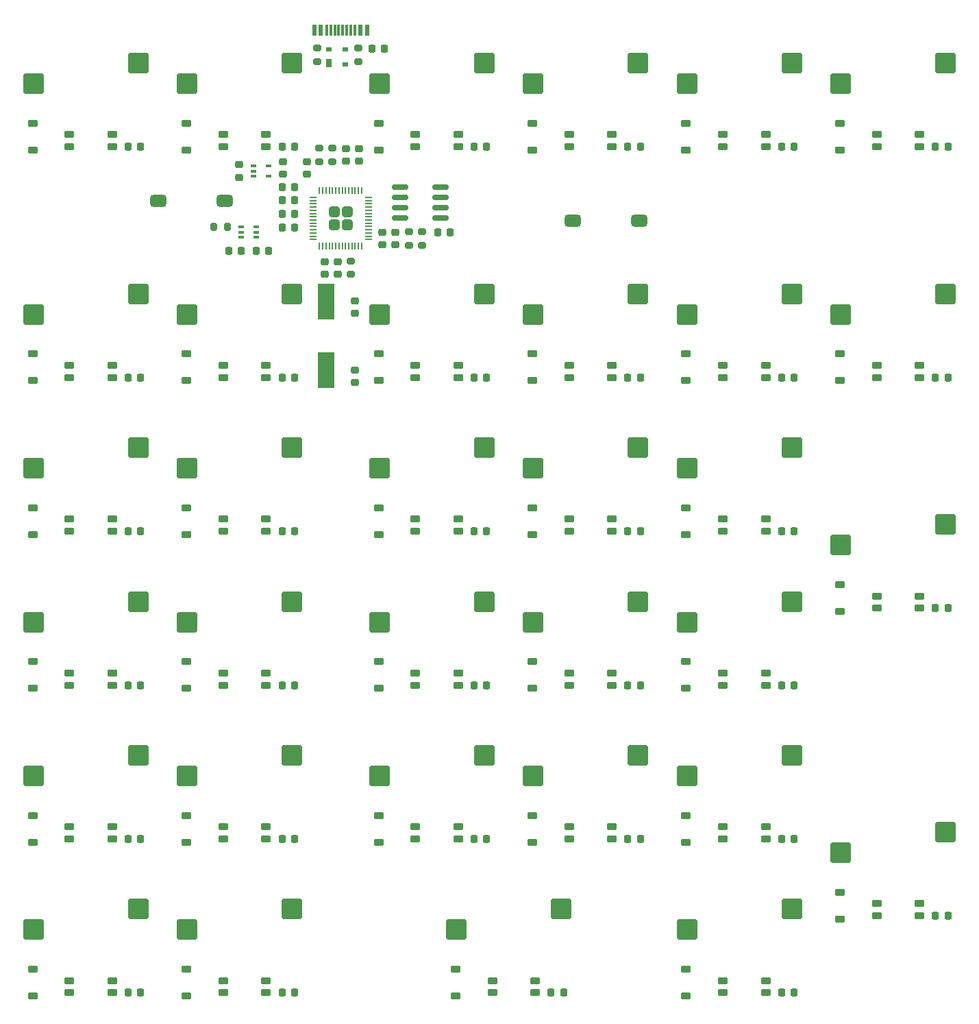
<source format=gbr>
%TF.GenerationSoftware,KiCad,Pcbnew,7.0.5-0*%
%TF.CreationDate,2023-08-05T14:47:29-05:00*%
%TF.ProjectId,Nifty Numpad,4e696674-7920-44e7-956d-7061642e6b69,rev?*%
%TF.SameCoordinates,Original*%
%TF.FileFunction,Paste,Bot*%
%TF.FilePolarity,Positive*%
%FSLAX46Y46*%
G04 Gerber Fmt 4.6, Leading zero omitted, Abs format (unit mm)*
G04 Created by KiCad (PCBNEW 7.0.5-0) date 2023-08-05 14:47:29*
%MOMM*%
%LPD*%
G01*
G04 APERTURE LIST*
G04 Aperture macros list*
%AMRoundRect*
0 Rectangle with rounded corners*
0 $1 Rounding radius*
0 $2 $3 $4 $5 $6 $7 $8 $9 X,Y pos of 4 corners*
0 Add a 4 corners polygon primitive as box body*
4,1,4,$2,$3,$4,$5,$6,$7,$8,$9,$2,$3,0*
0 Add four circle primitives for the rounded corners*
1,1,$1+$1,$2,$3*
1,1,$1+$1,$4,$5*
1,1,$1+$1,$6,$7*
1,1,$1+$1,$8,$9*
0 Add four rect primitives between the rounded corners*
20,1,$1+$1,$2,$3,$4,$5,0*
20,1,$1+$1,$4,$5,$6,$7,0*
20,1,$1+$1,$6,$7,$8,$9,0*
20,1,$1+$1,$8,$9,$2,$3,0*%
G04 Aperture macros list end*
%ADD10RoundRect,0.205000X-0.395000X-0.205000X0.395000X-0.205000X0.395000X0.205000X-0.395000X0.205000X0*%
%ADD11RoundRect,0.250000X-1.025000X-1.000000X1.025000X-1.000000X1.025000X1.000000X-1.025000X1.000000X0*%
%ADD12R,2.000000X4.500000*%
%ADD13RoundRect,0.225000X0.225000X0.250000X-0.225000X0.250000X-0.225000X-0.250000X0.225000X-0.250000X0*%
%ADD14RoundRect,0.225000X0.375000X-0.225000X0.375000X0.225000X-0.375000X0.225000X-0.375000X-0.225000X0*%
%ADD15R,0.600000X1.450000*%
%ADD16R,0.300000X1.450000*%
%ADD17RoundRect,0.200000X-0.275000X0.200000X-0.275000X-0.200000X0.275000X-0.200000X0.275000X0.200000X0*%
%ADD18RoundRect,0.225000X0.250000X-0.225000X0.250000X0.225000X-0.250000X0.225000X-0.250000X-0.225000X0*%
%ADD19RoundRect,0.225000X-0.225000X-0.250000X0.225000X-0.250000X0.225000X0.250000X-0.225000X0.250000X0*%
%ADD20RoundRect,0.225000X-0.250000X0.225000X-0.250000X-0.225000X0.250000X-0.225000X0.250000X0.225000X0*%
%ADD21R,0.650000X0.400000*%
%ADD22RoundRect,0.249999X0.395001X0.395001X-0.395001X0.395001X-0.395001X-0.395001X0.395001X-0.395001X0*%
%ADD23RoundRect,0.050000X0.387500X0.050000X-0.387500X0.050000X-0.387500X-0.050000X0.387500X-0.050000X0*%
%ADD24RoundRect,0.050000X0.050000X0.387500X-0.050000X0.387500X-0.050000X-0.387500X0.050000X-0.387500X0*%
%ADD25RoundRect,0.375000X0.625000X0.375000X-0.625000X0.375000X-0.625000X-0.375000X0.625000X-0.375000X0*%
%ADD26RoundRect,0.150000X-0.825000X-0.150000X0.825000X-0.150000X0.825000X0.150000X-0.825000X0.150000X0*%
%ADD27RoundRect,0.200000X0.275000X-0.200000X0.275000X0.200000X-0.275000X0.200000X-0.275000X-0.200000X0*%
%ADD28RoundRect,0.375000X-0.625000X-0.375000X0.625000X-0.375000X0.625000X0.375000X-0.625000X0.375000X0*%
%ADD29R,0.700000X1.000000*%
%ADD30R,0.700000X0.600000*%
%ADD31RoundRect,0.200000X0.200000X0.275000X-0.200000X0.275000X-0.200000X-0.275000X0.200000X-0.275000X0*%
G04 APERTURE END LIST*
D10*
%TO.C,D229*%
X264400000Y-183750000D03*
X264400000Y-182250000D03*
X259100000Y-182250000D03*
X259100000Y-183750000D03*
%TD*%
%TO.C,D217*%
X245400000Y-136250000D03*
X245400000Y-134750000D03*
X240100000Y-134750000D03*
X240100000Y-136250000D03*
%TD*%
%TO.C,D220*%
X183650000Y-155250000D03*
X183650000Y-153750000D03*
X178350000Y-153750000D03*
X178350000Y-155250000D03*
%TD*%
%TO.C,D205*%
X245400000Y-88750000D03*
X245400000Y-87250000D03*
X240100000Y-87250000D03*
X240100000Y-88750000D03*
%TD*%
%TO.C,D215*%
X207400000Y-136250000D03*
X207400000Y-134750000D03*
X202100000Y-134750000D03*
X202100000Y-136250000D03*
%TD*%
%TO.C,D202*%
X183650000Y-88750000D03*
X183650000Y-87250000D03*
X178350000Y-87250000D03*
X178350000Y-88750000D03*
%TD*%
%TO.C,D201*%
X164650000Y-88750000D03*
X164650000Y-87250000D03*
X159350000Y-87250000D03*
X159350000Y-88750000D03*
%TD*%
%TO.C,D212*%
X264400000Y-117250000D03*
X264400000Y-115750000D03*
X259100000Y-115750000D03*
X259100000Y-117250000D03*
%TD*%
%TO.C,D226*%
X207400000Y-174250000D03*
X207400000Y-172750000D03*
X202100000Y-172750000D03*
X202100000Y-174250000D03*
%TD*%
%TO.C,D219*%
X164650000Y-155250000D03*
X164650000Y-153750000D03*
X159350000Y-153750000D03*
X159350000Y-155250000D03*
%TD*%
%TO.C,D204*%
X226400000Y-88750000D03*
X226400000Y-87250000D03*
X221100000Y-87250000D03*
X221100000Y-88750000D03*
%TD*%
%TO.C,D211*%
X245400000Y-117250000D03*
X245400000Y-115750000D03*
X240100000Y-115750000D03*
X240100000Y-117250000D03*
%TD*%
%TO.C,D206*%
X264400000Y-88750000D03*
X264400000Y-87250000D03*
X259100000Y-87250000D03*
X259100000Y-88750000D03*
%TD*%
%TO.C,D224*%
X164650000Y-174250000D03*
X164650000Y-172750000D03*
X159350000Y-172750000D03*
X159350000Y-174250000D03*
%TD*%
%TO.C,D232*%
X216900000Y-193250000D03*
X216900000Y-191750000D03*
X211600000Y-191750000D03*
X211600000Y-193250000D03*
%TD*%
%TO.C,D213*%
X164650000Y-136250000D03*
X164650000Y-134750000D03*
X159350000Y-134750000D03*
X159350000Y-136250000D03*
%TD*%
%TO.C,D233*%
X245400000Y-193250000D03*
X245400000Y-191750000D03*
X240100000Y-191750000D03*
X240100000Y-193250000D03*
%TD*%
%TO.C,D207*%
X164650000Y-117250000D03*
X164650000Y-115750000D03*
X159350000Y-115750000D03*
X159350000Y-117250000D03*
%TD*%
%TO.C,D231*%
X183650000Y-193250000D03*
X183650000Y-191750000D03*
X178350000Y-191750000D03*
X178350000Y-193250000D03*
%TD*%
%TO.C,D218*%
X264400000Y-145750000D03*
X264400000Y-144250000D03*
X259100000Y-144250000D03*
X259100000Y-145750000D03*
%TD*%
%TO.C,D222*%
X226400000Y-155250000D03*
X226400000Y-153750000D03*
X221100000Y-153750000D03*
X221100000Y-155250000D03*
%TD*%
%TO.C,D230*%
X164650000Y-193250000D03*
X164650000Y-191750000D03*
X159350000Y-191750000D03*
X159350000Y-193250000D03*
%TD*%
%TO.C,D221*%
X207400000Y-155250000D03*
X207400000Y-153750000D03*
X202100000Y-153750000D03*
X202100000Y-155250000D03*
%TD*%
%TO.C,D227*%
X226400000Y-174250000D03*
X226400000Y-172750000D03*
X221100000Y-172750000D03*
X221100000Y-174250000D03*
%TD*%
%TO.C,D209*%
X207400000Y-117250000D03*
X207400000Y-115750000D03*
X202100000Y-115750000D03*
X202100000Y-117250000D03*
%TD*%
%TO.C,D210*%
X226400000Y-117250000D03*
X226400000Y-115750000D03*
X221100000Y-115750000D03*
X221100000Y-117250000D03*
%TD*%
%TO.C,D228*%
X245400000Y-174250000D03*
X245400000Y-172750000D03*
X240100000Y-172750000D03*
X240100000Y-174250000D03*
%TD*%
%TO.C,D223*%
X245400000Y-155250000D03*
X245400000Y-153750000D03*
X240100000Y-153750000D03*
X240100000Y-155250000D03*
%TD*%
%TO.C,D216*%
X226400000Y-136250000D03*
X226400000Y-134750000D03*
X221100000Y-134750000D03*
X221100000Y-136250000D03*
%TD*%
%TO.C,D203*%
X207400000Y-88750000D03*
X207400000Y-87250000D03*
X202100000Y-87250000D03*
X202100000Y-88750000D03*
%TD*%
%TO.C,D214*%
X183650000Y-136250000D03*
X183650000Y-134750000D03*
X178350000Y-134750000D03*
X178350000Y-136250000D03*
%TD*%
%TO.C,D225*%
X183650000Y-174250000D03*
X183650000Y-172750000D03*
X178350000Y-172750000D03*
X178350000Y-174250000D03*
%TD*%
%TO.C,D208*%
X183650000Y-117250000D03*
X183650000Y-115750000D03*
X178350000Y-115750000D03*
X178350000Y-117250000D03*
%TD*%
D11*
%TO.C,SW314*%
X173915000Y-128460000D03*
X186842000Y-125920000D03*
%TD*%
%TO.C,SW313*%
X154915000Y-128460000D03*
X167842000Y-125920000D03*
%TD*%
%TO.C,SW318*%
X254665000Y-137960000D03*
X267592000Y-135420000D03*
%TD*%
%TO.C,SW310*%
X216665000Y-109460000D03*
X229592000Y-106920000D03*
%TD*%
%TO.C,SW308*%
X173915000Y-109460000D03*
X186842000Y-106920000D03*
%TD*%
%TO.C,SW304*%
X216665000Y-80960000D03*
X229592000Y-78420000D03*
%TD*%
%TO.C,SW307*%
X154915000Y-109460000D03*
X167842000Y-106920000D03*
%TD*%
%TO.C,SW305*%
X235665000Y-80960000D03*
X248592000Y-78420000D03*
%TD*%
%TO.C,SW333*%
X235665000Y-185460000D03*
X248592000Y-182920000D03*
%TD*%
%TO.C,SW332*%
X207165000Y-185460000D03*
X220092000Y-182920000D03*
%TD*%
%TO.C,SW330*%
X154915000Y-185460000D03*
X167842000Y-182920000D03*
%TD*%
%TO.C,SW325*%
X173915000Y-166460000D03*
X186842000Y-163920000D03*
%TD*%
%TO.C,SW312*%
X254665000Y-109460000D03*
X267592000Y-106920000D03*
%TD*%
%TO.C,SW320*%
X173915000Y-147460000D03*
X186842000Y-144920000D03*
%TD*%
%TO.C,SW323*%
X235665000Y-147460000D03*
X248592000Y-144920000D03*
%TD*%
%TO.C,SW315*%
X197665000Y-128460000D03*
X210592000Y-125920000D03*
%TD*%
%TO.C,SW303*%
X197665000Y-80960000D03*
X210592000Y-78420000D03*
%TD*%
%TO.C,SW324*%
X154915000Y-166460000D03*
X167842000Y-163920000D03*
%TD*%
%TO.C,SW302*%
X173915000Y-80960000D03*
X186842000Y-78420000D03*
%TD*%
%TO.C,SW321*%
X197665000Y-147460000D03*
X210592000Y-144920000D03*
%TD*%
%TO.C,SW309*%
X197665000Y-109460000D03*
X210592000Y-106920000D03*
%TD*%
%TO.C,SW322*%
X216665000Y-147460000D03*
X229592000Y-144920000D03*
%TD*%
%TO.C,SW331*%
X173915000Y-185460000D03*
X186842000Y-182920000D03*
%TD*%
%TO.C,SW316*%
X216665000Y-128460000D03*
X229592000Y-125920000D03*
%TD*%
%TO.C,SW328*%
X235665000Y-166460000D03*
X248592000Y-163920000D03*
%TD*%
%TO.C,SW306*%
X254665000Y-80960000D03*
X267592000Y-78420000D03*
%TD*%
%TO.C,SW317*%
X235665000Y-128460000D03*
X248592000Y-125920000D03*
%TD*%
%TO.C,SW319*%
X154915000Y-147460000D03*
X167842000Y-144920000D03*
%TD*%
%TO.C,SW329*%
X254665000Y-175960000D03*
X267592000Y-173420000D03*
%TD*%
%TO.C,SW301*%
X154915000Y-80960000D03*
X167842000Y-78420000D03*
%TD*%
%TO.C,SW311*%
X235665000Y-109460000D03*
X248592000Y-106920000D03*
%TD*%
%TO.C,SW326*%
X197665000Y-166460000D03*
X210592000Y-163920000D03*
%TD*%
%TO.C,SW327*%
X216665000Y-166460000D03*
X229592000Y-163920000D03*
%TD*%
D12*
%TO.C,Y101*%
X191100000Y-116350000D03*
X191100000Y-107850000D03*
%TD*%
D13*
%TO.C,C108*%
X187175000Y-93700000D03*
X185625000Y-93700000D03*
%TD*%
%TO.C,C106*%
X187175000Y-97000000D03*
X185625000Y-97000000D03*
%TD*%
D14*
%TO.C,D319*%
X154800000Y-155650000D03*
X154800000Y-152350000D03*
%TD*%
D15*
%TO.C,J102*%
X189625000Y-74345000D03*
X190425000Y-74345000D03*
D16*
X191625000Y-74345000D03*
X192625000Y-74345000D03*
X193125000Y-74345000D03*
X194125000Y-74345000D03*
D15*
X195325000Y-74345000D03*
X196125000Y-74345000D03*
X196125000Y-74345000D03*
X195325000Y-74345000D03*
D16*
X194625000Y-74345000D03*
X193625000Y-74345000D03*
X192125000Y-74345000D03*
X191125000Y-74345000D03*
D15*
X190425000Y-74345000D03*
X189625000Y-74345000D03*
%TD*%
D17*
%TO.C,R106*%
X190200000Y-88925000D03*
X190200000Y-90575000D03*
%TD*%
D18*
%TO.C,C115*%
X188650000Y-92125000D03*
X188650000Y-90575000D03*
%TD*%
D19*
%TO.C,C233*%
X247350000Y-193250000D03*
X248900000Y-193250000D03*
%TD*%
%TO.C,C208*%
X185600000Y-117250000D03*
X187150000Y-117250000D03*
%TD*%
%TO.C,C229*%
X266350000Y-183750000D03*
X267900000Y-183750000D03*
%TD*%
%TO.C,C222*%
X228350000Y-155250000D03*
X229900000Y-155250000D03*
%TD*%
D14*
%TO.C,D321*%
X197550000Y-155650000D03*
X197550000Y-152350000D03*
%TD*%
D19*
%TO.C,C224*%
X166600000Y-174250000D03*
X168150000Y-174250000D03*
%TD*%
D18*
%TO.C,C107*%
X193500000Y-90525000D03*
X193500000Y-88975000D03*
%TD*%
D19*
%TO.C,C209*%
X209350000Y-117250000D03*
X210900000Y-117250000D03*
%TD*%
D14*
%TO.C,D302*%
X173800000Y-89150000D03*
X173800000Y-85850000D03*
%TD*%
D17*
%TO.C,R101*%
X195000000Y-76550000D03*
X195000000Y-78200000D03*
%TD*%
D20*
%TO.C,C111*%
X199650000Y-99325000D03*
X199650000Y-100875000D03*
%TD*%
D14*
%TO.C,D323*%
X235550000Y-155650000D03*
X235550000Y-152350000D03*
%TD*%
%TO.C,D316*%
X216550000Y-136650000D03*
X216550000Y-133350000D03*
%TD*%
%TO.C,D326*%
X197550000Y-174650000D03*
X197550000Y-171350000D03*
%TD*%
%TO.C,D332*%
X207050000Y-193650000D03*
X207050000Y-190350000D03*
%TD*%
D19*
%TO.C,C113*%
X182425000Y-101600000D03*
X183975000Y-101600000D03*
%TD*%
D21*
%TO.C,U101*%
X182050000Y-92400000D03*
X182050000Y-91750000D03*
X182050000Y-91100000D03*
X183950000Y-91100000D03*
X183950000Y-92400000D03*
%TD*%
%TO.C,U103*%
X180550000Y-99950000D03*
X180550000Y-99300000D03*
X180550000Y-98650000D03*
X182450000Y-98650000D03*
X182450000Y-99300000D03*
X182450000Y-99950000D03*
%TD*%
D14*
%TO.C,D308*%
X173800000Y-117650000D03*
X173800000Y-114350000D03*
%TD*%
%TO.C,D314*%
X173800000Y-136650000D03*
X173800000Y-133350000D03*
%TD*%
%TO.C,D317*%
X235550000Y-136650000D03*
X235550000Y-133350000D03*
%TD*%
D19*
%TO.C,C228*%
X247350000Y-174250000D03*
X248900000Y-174250000D03*
%TD*%
D18*
%TO.C,C103*%
X185700000Y-92125000D03*
X185700000Y-90575000D03*
%TD*%
D13*
%TO.C,C116*%
X187175000Y-95350000D03*
X185625000Y-95350000D03*
%TD*%
D19*
%TO.C,C225*%
X185600000Y-174250000D03*
X187150000Y-174250000D03*
%TD*%
D20*
%TO.C,C110*%
X192500000Y-102925000D03*
X192500000Y-104475000D03*
%TD*%
D19*
%TO.C,C212*%
X266350000Y-117250000D03*
X267900000Y-117250000D03*
%TD*%
%TO.C,C101*%
X196700000Y-76625000D03*
X198250000Y-76625000D03*
%TD*%
%TO.C,C203*%
X209350000Y-88750000D03*
X210900000Y-88750000D03*
%TD*%
D18*
%TO.C,C105*%
X195150000Y-90525000D03*
X195150000Y-88975000D03*
%TD*%
D14*
%TO.C,D305*%
X235550000Y-89150000D03*
X235550000Y-85850000D03*
%TD*%
D22*
%TO.C,U104*%
X193650000Y-98400000D03*
X193650000Y-96800000D03*
X192050000Y-98400000D03*
X192050000Y-96800000D03*
D23*
X196287500Y-95000000D03*
X196287500Y-95400000D03*
X196287500Y-95800000D03*
X196287500Y-96200000D03*
X196287500Y-96600000D03*
X196287500Y-97000000D03*
X196287500Y-97400000D03*
X196287500Y-97800000D03*
X196287500Y-98200000D03*
X196287500Y-98600000D03*
X196287500Y-99000000D03*
X196287500Y-99400000D03*
X196287500Y-99800000D03*
X196287500Y-100200000D03*
D24*
X195450000Y-101037500D03*
X195050000Y-101037500D03*
X194650000Y-101037500D03*
X194250000Y-101037500D03*
X193850000Y-101037500D03*
X193450000Y-101037500D03*
X193050000Y-101037500D03*
X192650000Y-101037500D03*
X192250000Y-101037500D03*
X191850000Y-101037500D03*
X191450000Y-101037500D03*
X191050000Y-101037500D03*
X190650000Y-101037500D03*
X190250000Y-101037500D03*
D23*
X189412500Y-100200000D03*
X189412500Y-99800000D03*
X189412500Y-99400000D03*
X189412500Y-99000000D03*
X189412500Y-98600000D03*
X189412500Y-98200000D03*
X189412500Y-97800000D03*
X189412500Y-97400000D03*
X189412500Y-97000000D03*
X189412500Y-96600000D03*
X189412500Y-96200000D03*
X189412500Y-95800000D03*
X189412500Y-95400000D03*
X189412500Y-95000000D03*
D24*
X190250000Y-94162500D03*
X190650000Y-94162500D03*
X191050000Y-94162500D03*
X191450000Y-94162500D03*
X191850000Y-94162500D03*
X192250000Y-94162500D03*
X192650000Y-94162500D03*
X193050000Y-94162500D03*
X193450000Y-94162500D03*
X193850000Y-94162500D03*
X194250000Y-94162500D03*
X194650000Y-94162500D03*
X195050000Y-94162500D03*
X195450000Y-94162500D03*
%TD*%
D19*
%TO.C,C205*%
X247350000Y-88750000D03*
X248900000Y-88750000D03*
%TD*%
D14*
%TO.C,D331*%
X173800000Y-193650000D03*
X173800000Y-190350000D03*
%TD*%
D13*
%TO.C,C117*%
X206425000Y-99350000D03*
X204875000Y-99350000D03*
%TD*%
D20*
%TO.C,C112*%
X198000000Y-99325000D03*
X198000000Y-100875000D03*
%TD*%
D14*
%TO.C,D312*%
X254550000Y-117650000D03*
X254550000Y-114350000D03*
%TD*%
%TO.C,D306*%
X254550000Y-89150000D03*
X254550000Y-85850000D03*
%TD*%
D13*
%TO.C,C114*%
X180575000Y-101600000D03*
X179025000Y-101600000D03*
%TD*%
D14*
%TO.C,D303*%
X197550000Y-89150000D03*
X197550000Y-85850000D03*
%TD*%
D19*
%TO.C,C219*%
X166600000Y-155250000D03*
X168150000Y-155250000D03*
%TD*%
D14*
%TO.C,D309*%
X197550000Y-117650000D03*
X197550000Y-114350000D03*
%TD*%
%TO.C,D313*%
X154800000Y-136650000D03*
X154800000Y-133350000D03*
%TD*%
D19*
%TO.C,C231*%
X185600000Y-193250000D03*
X187150000Y-193250000D03*
%TD*%
%TO.C,C223*%
X247350000Y-155250000D03*
X248900000Y-155250000D03*
%TD*%
D14*
%TO.C,D311*%
X235550000Y-117650000D03*
X235550000Y-114350000D03*
%TD*%
%TO.C,D333*%
X235550000Y-193650000D03*
X235550000Y-190350000D03*
%TD*%
D25*
%TO.C,SW101*%
X229750000Y-97900100D03*
X221550000Y-97900100D03*
%TD*%
D14*
%TO.C,D318*%
X254550000Y-146150000D03*
X254550000Y-142850000D03*
%TD*%
D19*
%TO.C,C230*%
X166600000Y-193250000D03*
X168150000Y-193250000D03*
%TD*%
D20*
%TO.C,C104*%
X190850000Y-102925000D03*
X190850000Y-104475000D03*
%TD*%
D19*
%TO.C,C201*%
X166600000Y-88750000D03*
X168150000Y-88750000D03*
%TD*%
D14*
%TO.C,D304*%
X216550000Y-89150000D03*
X216550000Y-85850000D03*
%TD*%
%TO.C,D301*%
X154800000Y-89150000D03*
X154800000Y-85850000D03*
%TD*%
D19*
%TO.C,C207*%
X166600000Y-117250000D03*
X168150000Y-117250000D03*
%TD*%
D26*
%TO.C,U105*%
X200225000Y-97555000D03*
X200225000Y-96285000D03*
X200225000Y-95015000D03*
X200225000Y-93745000D03*
X205175000Y-93745000D03*
X205175000Y-95015000D03*
X205175000Y-96285000D03*
X205175000Y-97555000D03*
%TD*%
D19*
%TO.C,C214*%
X185600000Y-136250000D03*
X187150000Y-136250000D03*
%TD*%
%TO.C,C204*%
X228350000Y-88750000D03*
X229900000Y-88750000D03*
%TD*%
%TO.C,C221*%
X209350000Y-155250000D03*
X210900000Y-155250000D03*
%TD*%
D14*
%TO.C,D325*%
X173800000Y-174650000D03*
X173800000Y-171350000D03*
%TD*%
D19*
%TO.C,C217*%
X247350000Y-136250000D03*
X248900000Y-136250000D03*
%TD*%
D14*
%TO.C,D328*%
X235550000Y-174650000D03*
X235550000Y-171350000D03*
%TD*%
D19*
%TO.C,C211*%
X247350000Y-117250000D03*
X248900000Y-117250000D03*
%TD*%
%TO.C,C210*%
X228350000Y-117250000D03*
X229900000Y-117250000D03*
%TD*%
%TO.C,C226*%
X209350000Y-174250000D03*
X210900000Y-174250000D03*
%TD*%
D17*
%TO.C,R102*%
X189975000Y-76550000D03*
X189975000Y-78200000D03*
%TD*%
D14*
%TO.C,D329*%
X254550000Y-184150000D03*
X254550000Y-180850000D03*
%TD*%
D19*
%TO.C,C215*%
X209350000Y-136250000D03*
X210900000Y-136250000D03*
%TD*%
D27*
%TO.C,R103*%
X202950000Y-100925000D03*
X202950000Y-99275000D03*
%TD*%
D14*
%TO.C,D327*%
X216550000Y-174650000D03*
X216550000Y-171350000D03*
%TD*%
%TO.C,D315*%
X197550000Y-136650000D03*
X197550000Y-133350000D03*
%TD*%
D19*
%TO.C,C227*%
X228350000Y-174250000D03*
X229900000Y-174250000D03*
%TD*%
D27*
%TO.C,R108*%
X194100000Y-104525000D03*
X194100000Y-102875000D03*
%TD*%
D14*
%TO.C,D310*%
X216550000Y-117650000D03*
X216550000Y-114350000D03*
%TD*%
%TO.C,D330*%
X154800000Y-193650000D03*
X154800000Y-190350000D03*
%TD*%
D28*
%TO.C,SW102*%
X170350000Y-95449900D03*
X178550000Y-95449900D03*
%TD*%
D18*
%TO.C,C102*%
X180300000Y-92525000D03*
X180300000Y-90975000D03*
%TD*%
D19*
%TO.C,C220*%
X185600000Y-155250000D03*
X187150000Y-155250000D03*
%TD*%
%TO.C,C213*%
X166600000Y-136250000D03*
X168150000Y-136250000D03*
%TD*%
D29*
%TO.C,U102*%
X191400000Y-78400000D03*
D30*
X191400000Y-76700000D03*
X193400000Y-76700000D03*
X193400000Y-78600000D03*
%TD*%
D19*
%TO.C,C218*%
X266350000Y-145750000D03*
X267900000Y-145750000D03*
%TD*%
D14*
%TO.C,D324*%
X154800000Y-174650000D03*
X154800000Y-171350000D03*
%TD*%
D20*
%TO.C,C119*%
X194650000Y-107775000D03*
X194650000Y-109325000D03*
%TD*%
D14*
%TO.C,D307*%
X154800000Y-117650000D03*
X154800000Y-114350000D03*
%TD*%
%TO.C,D322*%
X216550000Y-155650000D03*
X216550000Y-152350000D03*
%TD*%
D27*
%TO.C,R107*%
X201300000Y-100925000D03*
X201300000Y-99275000D03*
%TD*%
D31*
%TO.C,R104*%
X178850000Y-98650000D03*
X177200000Y-98650000D03*
%TD*%
D19*
%TO.C,C216*%
X228350000Y-136250000D03*
X229900000Y-136250000D03*
%TD*%
%TO.C,C202*%
X185600000Y-88750000D03*
X187150000Y-88750000D03*
%TD*%
%TO.C,C206*%
X266350000Y-88750000D03*
X267900000Y-88750000D03*
%TD*%
D17*
%TO.C,R105*%
X191850000Y-88925000D03*
X191850000Y-90575000D03*
%TD*%
D14*
%TO.C,D320*%
X173800000Y-155650000D03*
X173800000Y-152350000D03*
%TD*%
D20*
%TO.C,C118*%
X194600000Y-116325000D03*
X194600000Y-117875000D03*
%TD*%
D13*
%TO.C,C109*%
X187175000Y-98700000D03*
X185625000Y-98700000D03*
%TD*%
D19*
%TO.C,C232*%
X218850000Y-193250000D03*
X220400000Y-193250000D03*
%TD*%
M02*

</source>
